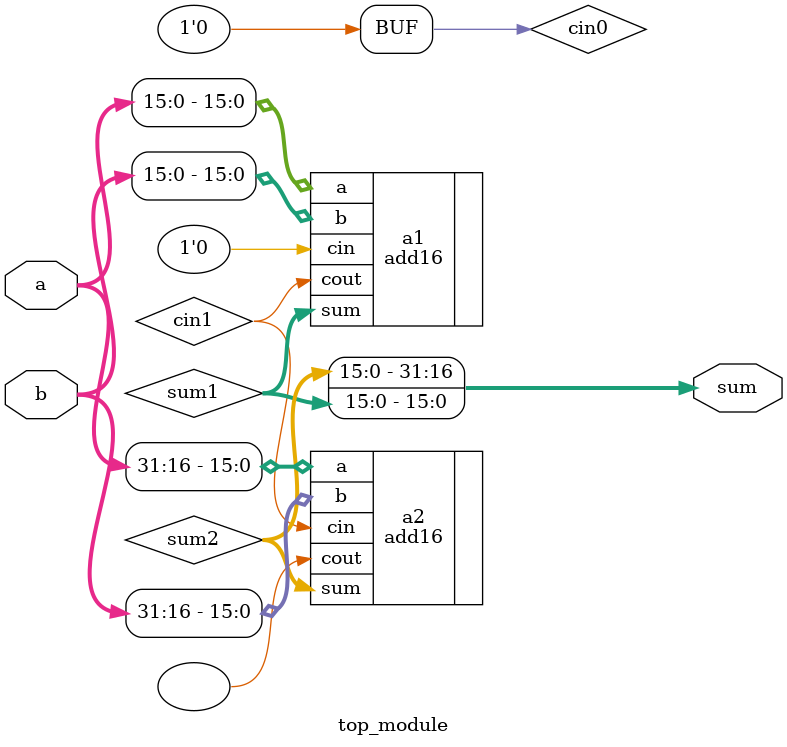
<source format=v>
module top_module (
    input [31:0] a,
    input [31:0] b,
    output [31:0] sum
);
    // module add16 ( input[15:0] a, input[15:0] b, input cin, output[15:0] sum, output cout );
    // interconnects
    wire cin0, cin1;
    assign cin0 = 1'b0;

    wire [15:0] sum1, sum2;

    // adders
    add16 a1(.a(a[15:0]), .b(b[15:0]), .cin(cin0), .sum(sum1), .cout(cin1)); // upper
    add16 a2(.a(a[31:16]), .b(b[31:16]), .cin(cin1), .sum(sum2), .cout()); // lower
    
    assign sum = {sum2,sum1};
endmodule
</source>
